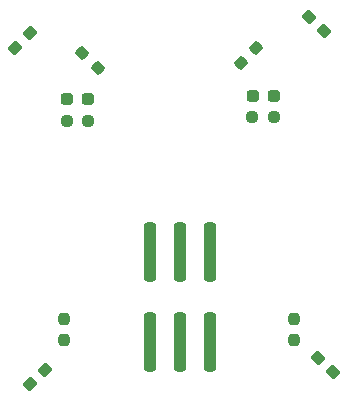
<source format=gbr>
%TF.GenerationSoftware,KiCad,Pcbnew,9.0.6*%
%TF.CreationDate,2025-12-03T22:20:56+01:00*%
%TF.ProjectId,knit_yarn_SAO,6b6e6974-5f79-4617-926e-5f53414f2e6b,rev?*%
%TF.SameCoordinates,Original*%
%TF.FileFunction,Paste,Bot*%
%TF.FilePolarity,Positive*%
%FSLAX46Y46*%
G04 Gerber Fmt 4.6, Leading zero omitted, Abs format (unit mm)*
G04 Created by KiCad (PCBNEW 9.0.6) date 2025-12-03 22:20:56*
%MOMM*%
%LPD*%
G01*
G04 APERTURE LIST*
G04 Aperture macros list*
%AMRoundRect*
0 Rectangle with rounded corners*
0 $1 Rounding radius*
0 $2 $3 $4 $5 $6 $7 $8 $9 X,Y pos of 4 corners*
0 Add a 4 corners polygon primitive as box body*
4,1,4,$2,$3,$4,$5,$6,$7,$8,$9,$2,$3,0*
0 Add four circle primitives for the rounded corners*
1,1,$1+$1,$2,$3*
1,1,$1+$1,$4,$5*
1,1,$1+$1,$6,$7*
1,1,$1+$1,$8,$9*
0 Add four rect primitives between the rounded corners*
20,1,$1+$1,$2,$3,$4,$5,0*
20,1,$1+$1,$4,$5,$6,$7,0*
20,1,$1+$1,$6,$7,$8,$9,0*
20,1,$1+$1,$8,$9,$2,$3,0*%
G04 Aperture macros list end*
%ADD10RoundRect,0.250000X-0.260000X2.250000X-0.260000X-2.250000X0.260000X-2.250000X0.260000X2.250000X0*%
%ADD11RoundRect,0.237500X0.344715X-0.008839X-0.008839X0.344715X-0.344715X0.008839X0.008839X-0.344715X0*%
%ADD12RoundRect,0.237500X0.287500X0.237500X-0.287500X0.237500X-0.287500X-0.237500X0.287500X-0.237500X0*%
%ADD13RoundRect,0.237500X0.250000X0.237500X-0.250000X0.237500X-0.250000X-0.237500X0.250000X-0.237500X0*%
%ADD14RoundRect,0.237500X-0.035355X-0.371231X0.371231X0.035355X0.035355X0.371231X-0.371231X-0.035355X0*%
%ADD15RoundRect,0.237500X-0.008839X-0.344715X0.344715X0.008839X0.008839X0.344715X-0.344715X-0.008839X0*%
%ADD16RoundRect,0.237500X0.371231X-0.035355X-0.035355X0.371231X-0.371231X0.035355X0.035355X-0.371231X0*%
%ADD17RoundRect,0.237500X-0.237500X0.250000X-0.237500X-0.250000X0.237500X-0.250000X0.237500X0.250000X0*%
%ADD18RoundRect,0.237500X-0.250000X-0.237500X0.250000X-0.237500X0.250000X0.237500X-0.250000X0.237500X0*%
%ADD19RoundRect,0.237500X-0.287500X-0.237500X0.287500X-0.237500X0.287500X0.237500X-0.287500X0.237500X0*%
G04 APERTURE END LIST*
D10*
%TO.C,J1*%
X97760000Y-93400000D03*
X97760000Y-101000000D03*
X100300000Y-93400000D03*
X100300000Y-101000000D03*
X102840000Y-93400000D03*
X102840000Y-101000000D03*
%TD*%
D11*
%TO.C,R4*%
X93345235Y-77845235D03*
X92054765Y-76554765D03*
%TD*%
D12*
%TO.C,D5*%
X108250000Y-80250000D03*
X106500000Y-80250000D03*
%TD*%
D13*
%TO.C,R6*%
X92562500Y-82300000D03*
X90737500Y-82300000D03*
%TD*%
D14*
%TO.C,D4*%
X86381282Y-76118718D03*
X87618718Y-74881282D03*
%TD*%
D15*
%TO.C,R3*%
X105454765Y-77445235D03*
X106745235Y-76154765D03*
%TD*%
D16*
%TO.C,D1*%
X113243718Y-103618718D03*
X112006282Y-102381282D03*
%TD*%
D17*
%TO.C,R2*%
X90450000Y-99087500D03*
X90450000Y-100912500D03*
%TD*%
D18*
%TO.C,R5*%
X106437500Y-81950000D03*
X108262500Y-81950000D03*
%TD*%
D16*
%TO.C,D3*%
X112500000Y-74750000D03*
X111262564Y-73512564D03*
%TD*%
D14*
%TO.C,D2*%
X87631282Y-104618718D03*
X88868718Y-103381282D03*
%TD*%
D19*
%TO.C,D6*%
X90750000Y-80500000D03*
X92500000Y-80500000D03*
%TD*%
D17*
%TO.C,R1*%
X110000000Y-99087500D03*
X110000000Y-100912500D03*
%TD*%
M02*

</source>
